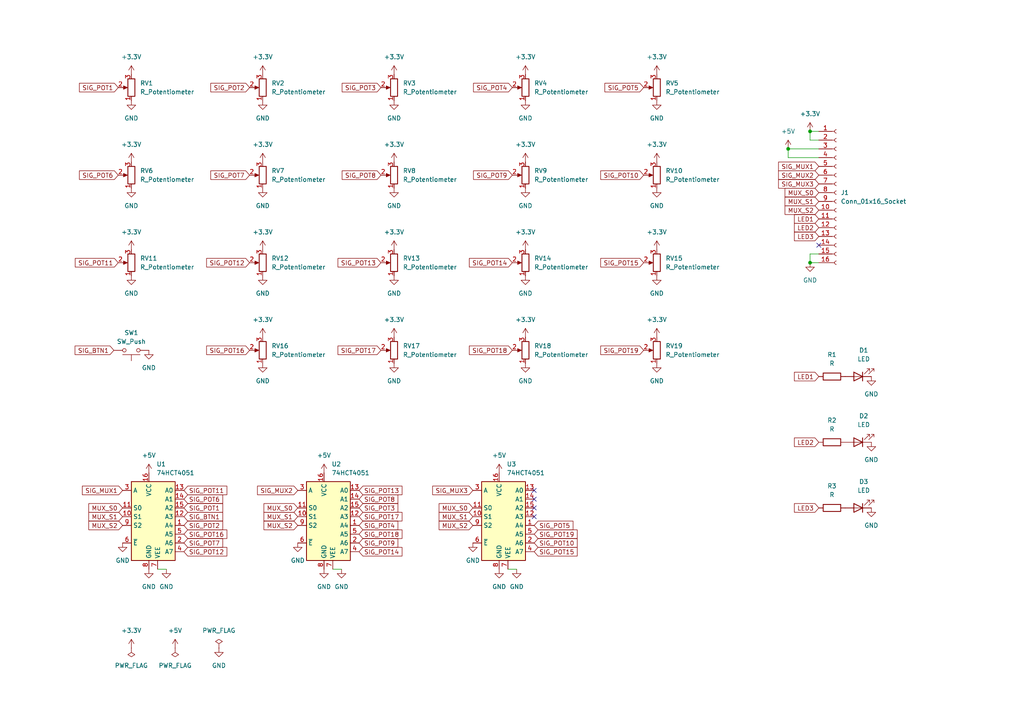
<source format=kicad_sch>
(kicad_sch (version 20230121) (generator eeschema)
  (paper "A4")
  (lib_symbols
    (symbol "74xx:74HCT4051"
      (property "Reference" "U" (at -5.08 11.43 0))
      (property "Value" "74HCT4051" (at -7.62 -13.97 0))
      (symbol "74HCT4051_0_1"
        (rectangle (start -5.08 10.16) (end 7.62 -12.7) (stroke (width 0.254)) (fill (type background)))
      )
      (symbol "74HCT4051_1_1"
        (pin passive line (at 10.16 -2.54 180) (length 2.54) (name "A4") (number "1"))
        (pin input line (at -7.62 0 0) (length 2.54) (name "S1") (number "10"))
        (pin input line (at -7.62 2.54 0) (length 2.54) (name "S0") (number "11"))
        (pin passive line (at 10.16 0 180) (length 2.54) (name "A3") (number "12"))
        (pin passive line (at 10.16 7.62 180) (length 2.54) (name "A0") (number "13"))
        (pin passive line (at 10.16 5.08 180) (length 2.54) (name "A1") (number "14"))
        (pin passive line (at 10.16 2.54 180) (length 2.54) (name "A2") (number "15"))
        (pin power_in line (at 0 12.7 270) (length 2.54) (name "VCC") (number "16"))
        (pin passive line (at 10.16 -7.62 180) (length 2.54) (name "A6") (number "2"))
        (pin passive line (at -7.62 7.62 0) (length 2.54) (name "A") (number "3"))
        (pin passive line (at 10.16 -10.16 180) (length 2.54) (name "A7") (number "4"))
        (pin passive line (at 10.16 -5.08 180) (length 2.54) (name "A5") (number "5"))
        (pin input line (at -7.62 -7.62 0) (length 2.54) (name "~{E}") (number "6"))
        (pin power_in line (at 2.54 -15.24 90) (length 2.54) (name "VEE") (number "7"))
        (pin power_in line (at 0 -15.24 90) (length 2.54) (name "GND") (number "8"))
        (pin input line (at -7.62 -2.54 0) (length 2.54) (name "S2") (number "9"))
      )
    )
    (symbol "Connector:Conn_01x16_Socket" (pin_names (offset 1.016) hide)
      (property "Reference" "J" (at 0 20.32 0))
      (property "Value" "Conn_01x16_Socket" (at 0 -22.86 0))
      (symbol "Conn_01x16_Socket_1_1"
        (arc (start 0 -19.812) (mid -0.5058 -20.32) (end 0 -20.828) (stroke (width 0.1524)))
        (arc (start 0 -17.272) (mid -0.5058 -17.78) (end 0 -18.288) (stroke (width 0.1524)))
        (arc (start 0 -14.732) (mid -0.5058 -15.24) (end 0 -15.748) (stroke (width 0.1524)))
        (arc (start 0 -12.192) (mid -0.5058 -12.7) (end 0 -13.208) (stroke (width 0.1524)))
        (arc (start 0 -9.652) (mid -0.5058 -10.16) (end 0 -10.668) (stroke (width 0.1524)))
        (arc (start 0 -7.112) (mid -0.5058 -7.62) (end 0 -8.128) (stroke (width 0.1524)))
        (arc (start 0 -4.572) (mid -0.5058 -5.08) (end 0 -5.588) (stroke (width 0.1524)))
        (arc (start 0 -2.032) (mid -0.5058 -2.54) (end 0 -3.048) (stroke (width 0.1524)))
        (polyline (pts (xy -1.27 -20.32) (xy -0.508 -20.32)) (stroke (width 0.1524)))
        (polyline (pts (xy -1.27 -17.78) (xy -0.508 -17.78)) (stroke (width 0.1524)))
        (polyline (pts (xy -1.27 -15.24) (xy -0.508 -15.24)) (stroke (width 0.1524)))
        (polyline (pts (xy -1.27 -12.7) (xy -0.508 -12.7)) (stroke (width 0.1524)))
        (polyline (pts (xy -1.27 -10.16) (xy -0.508 -10.16)) (stroke (width 0.1524)))
        (polyline (pts (xy -1.27 -7.62) (xy -0.508 -7.62)) (stroke (width 0.1524)))
        (polyline (pts (xy -1.27 -5.08) (xy -0.508 -5.08)) (stroke (width 0.1524)))
        (polyline (pts (xy -1.27 -2.54) (xy -0.508 -2.54)) (stroke (width 0.1524)))
        (polyline (pts (xy -1.27 0) (xy -0.508 0)) (stroke (width 0.1524)))
        (polyline (pts (xy -1.27 2.54) (xy -0.508 2.54)) (stroke (width 0.1524)))
        (polyline (pts (xy -1.27 5.08) (xy -0.508 5.08)) (stroke (width 0.1524)))
        (polyline (pts (xy -1.27 7.62) (xy -0.508 7.62)) (stroke (width 0.1524)))
        (polyline (pts (xy -1.27 10.16) (xy -0.508 10.16)) (stroke (width 0.1524)))
        (polyline (pts (xy -1.27 12.7) (xy -0.508 12.7)) (stroke (width 0.1524)))
        (polyline (pts (xy -1.27 15.24) (xy -0.508 15.24)) (stroke (width 0.1524)))
        (polyline (pts (xy -1.27 17.78) (xy -0.508 17.78)) (stroke (width 0.1524)))
        (arc (start 0 0.508) (mid -0.5058 0) (end 0 -0.508) (stroke (width 0.1524)))
        (arc (start 0 3.048) (mid -0.5058 2.54) (end 0 2.032) (stroke (width 0.1524)))
        (arc (start 0 5.588) (mid -0.5058 5.08) (end 0 4.572) (stroke (width 0.1524)))
        (arc (start 0 8.128) (mid -0.5058 7.62) (end 0 7.112) (stroke (width 0.1524)))
        (arc (start 0 10.668) (mid -0.5058 10.16) (end 0 9.652) (stroke (width 0.1524)))
        (arc (start 0 13.208) (mid -0.5058 12.7) (end 0 12.192) (stroke (width 0.1524)))
        (arc (start 0 15.748) (mid -0.5058 15.24) (end 0 14.732) (stroke (width 0.1524)))
        (arc (start 0 18.288) (mid -0.5058 17.78) (end 0 17.272) (stroke (width 0.1524)))
        (pin passive line (at -5.08 17.78 0) (length 3.81) (name "Pin_1") (number "1"))
        (pin passive line (at -5.08 -5.08 0) (length 3.81) (name "Pin_10") (number "10"))
        (pin passive line (at -5.08 -7.62 0) (length 3.81) (name "Pin_11") (number "11"))
        (pin passive line (at -5.08 -10.16 0) (length 3.81) (name "Pin_12") (number "12"))
        (pin passive line (at -5.08 -12.7 0) (length 3.81) (name "Pin_13") (number "13"))
        (pin passive line (at -5.08 -15.24 0) (length 3.81) (name "Pin_14") (number "14"))
        (pin passive line (at -5.08 -17.78 0) (length 3.81) (name "Pin_15") (number "15"))
        (pin passive line (at -5.08 -20.32 0) (length 3.81) (name "Pin_16") (number "16"))
        (pin passive line (at -5.08 15.24 0) (length 3.81) (name "Pin_2") (number "2"))
        (pin passive line (at -5.08 12.7 0) (length 3.81) (name "Pin_3") (number "3"))
        (pin passive line (at -5.08 10.16 0) (length 3.81) (name "Pin_4") (number "4"))
        (pin passive line (at -5.08 7.62 0) (length 3.81) (name "Pin_5") (number "5"))
        (pin passive line (at -5.08 5.08 0) (length 3.81) (name "Pin_6") (number "6"))
        (pin passive line (at -5.08 2.54 0) (length 3.81) (name "Pin_7") (number "7"))
        (pin passive line (at -5.08 0 0) (length 3.81) (name "Pin_8") (number "8"))
        (pin passive line (at -5.08 -2.54 0) (length 3.81) (name "Pin_9") (number "9"))
      )
    )
    (symbol "Device:LED" (pin_numbers hide) (pin_names (offset 1.016) hide)
      (property "Reference" "D" (at 0 2.54 0))
      (property "Value" "LED" (at 0 -2.54 0))
      (symbol "LED_0_1"
        (polyline (pts (xy -1.27 -1.27) (xy -1.27 1.27)) (stroke (width 0.254)))
        (polyline (pts (xy -1.27 0) (xy 1.27 0)))
        (polyline (pts (xy 1.27 -1.27) (xy 1.27 1.27) (xy -1.27 0) (xy 1.27 -1.27)) (stroke (width 0.254)))
        (polyline (pts (xy -3.048 -0.762) (xy -4.572 -2.286) (xy -3.81 -2.286) (xy -4.572 -2.286) (xy -4.572 -1.524)))
        (polyline (pts (xy -1.778 -0.762) (xy -3.302 -2.286) (xy -2.54 -2.286) (xy -3.302 -2.286) (xy -3.302 -1.524)))
      )
      (symbol "LED_1_1"
        (pin passive line (at -3.81 0 0) (length 2.54) (name "K") (number "1"))
        (pin passive line (at 3.81 0 180) (length 2.54) (name "A") (number "2"))
      )
    )
    (symbol "Device:R" (pin_numbers hide) (pin_names (offset 0))
      (property "Reference" "R" (at 2.032 0 90))
      (property "Value" "R" (at 0 0 90))
      (symbol "R_0_1"
        (rectangle (start -1.016 -2.54) (end 1.016 2.54) (stroke (width 0.254)))
      )
      (symbol "R_1_1"
        (pin passive line (at 0 3.81 270) (length 1.27) (name "~") (number "1"))
        (pin passive line (at 0 -3.81 90) (length 1.27) (name "~") (number "2"))
      )
    )
    (symbol "Device:R_Potentiometer" (pin_names (offset 1.016) hide)
      (property "Reference" "RV" (at -4.445 0 90))
      (property "Value" "R_Potentiometer" (at -2.54 0 90))
      (symbol "R_Potentiometer_0_1"
        (polyline (pts (xy 2.54 0) (xy 1.524 0)))
        (polyline (pts (xy 1.143 0) (xy 2.286 0.508) (xy 2.286 -0.508) (xy 1.143 0)) (fill (type outline)))
        (rectangle (start 1.016 2.54) (end -1.016 -2.54) (stroke (width 0.254)))
      )
      (symbol "R_Potentiometer_1_1"
        (pin passive line (at 0 3.81 270) (length 1.27) (name "1") (number "1"))
        (pin passive line (at 3.81 0 180) (length 1.27) (name "2") (number "2"))
        (pin passive line (at 0 -3.81 90) (length 1.27) (name "3") (number "3"))
      )
    )
    (symbol "Switch:SW_Push" (pin_numbers hide) (pin_names (offset 1.016) hide)
      (property "Reference" "SW" (at 1.27 2.54 0))
      (property "Value" "SW_Push" (at 0 -1.524 0))
      (symbol "SW_Push_0_1"
        (circle (center -2.032 0) (radius 0.508))
        (polyline (pts (xy 0 1.27) (xy 0 3.048)))
        (polyline (pts (xy 2.54 1.27) (xy -2.54 1.27)))
        (circle (center 2.032 0) (radius 0.508))
        (pin passive line (at -5.08 0 0) (length 2.54) (name "1") (number "1"))
        (pin passive line (at 5.08 0 180) (length 2.54) (name "2") (number "2"))
      )
    )
    (symbol "power:+3.3V" (power) (pin_names (offset 0))
      (property "Value" "+3.3V" (at 0 3.556 0))
      (symbol "+3.3V_0_1"
        (polyline (pts (xy -0.762 1.27) (xy 0 2.54)))
        (polyline (pts (xy 0 0) (xy 0 2.54)))
        (polyline (pts (xy 0 2.54) (xy 0.762 1.27)))
      )
      (symbol "+3.3V_1_1"
        (pin power_in line (at 0 0 90) (length 0) hide (name "+3.3V") (number "1"))
      )
    )
    (symbol "power:+5V" (power) (pin_names (offset 0))
      (property "Value" "+5V" (at 0 3.556 0))
      (symbol "+5V_0_1"
        (polyline (pts (xy -0.762 1.27) (xy 0 2.54)))
        (polyline (pts (xy 0 0) (xy 0 2.54)))
        (polyline (pts (xy 0 2.54) (xy 0.762 1.27)))
      )
      (symbol "+5V_1_1"
        (pin power_in line (at 0 0 90) (length 0) hide (name "+5V") (number "1"))
      )
    )
    (symbol "power:GND" (power) (pin_names (offset 0))
      (property "Value" "GND" (at 0 -3.81 0))
      (symbol "GND_0_1"
        (polyline (pts (xy 0 0) (xy 0 -1.27) (xy 1.27 -1.27) (xy 0 -2.54) (xy -1.27 -1.27) (xy 0 -1.27)))
      )
      (symbol "GND_1_1"
        (pin power_in line (at 0 0 270) (length 0) hide (name "GND") (number "1"))
      )
    )
    (symbol "power:PWR_FLAG" (power) (pin_numbers hide) (pin_names (offset 0) hide)
      (property "Value" "PWR_FLAG" (at 0 3.81 0))
      (symbol "PWR_FLAG_0_0"
        (pin power_out line (at 0 0 90) (length 0) (name "pwr") (number "1"))
      )
      (symbol "PWR_FLAG_0_1"
        (polyline (pts (xy 0 0) (xy 0 1.27) (xy -1.016 1.905) (xy 0 2.54) (xy 1.016 1.905) (xy 0 1.27)))
      )
    )
  )
  (junction (at 234.95 38.1))
  (junction (at 228.6 43.18))
  (junction (at 234.95 76.2))
  (no_connect (at 154.94 142.24))
  (no_connect (at 154.94 149.86))
  (no_connect (at 154.94 144.78))
  (no_connect (at 154.94 147.32))
  (no_connect (at 237.49 71.12))
  (wire (pts (xy 228.6 45.72) (xy 228.6 43.18)))
  (wire (pts (xy 237.49 40.64) (xy 234.95 40.64)))
  (wire (pts (xy 228.6 43.18) (xy 237.49 43.18)))
  (wire (pts (xy 99.06 165.1) (xy 96.52 165.1)))
  (wire (pts (xy 48.26 165.1) (xy 45.72 165.1)))
  (wire (pts (xy 237.49 73.66) (xy 234.95 73.66)))
  (wire (pts (xy 234.95 73.66) (xy 234.95 76.2)))
  (wire (pts (xy 234.95 40.64) (xy 234.95 38.1)))
  (wire (pts (xy 234.95 38.1) (xy 237.49 38.1)))
  (wire (pts (xy 149.86 165.1) (xy 147.32 165.1)))
  (wire (pts (xy 237.49 45.72) (xy 228.6 45.72)))
  (wire (pts (xy 234.95 76.2) (xy 237.49 76.2)))
  (global_label "LED1" (shape input) (at 237.49 63.5 180) (property "Intersheetrefs" "${INTERSHEET_REFS}" (effects hide)))
  (global_label "SIG_POT12" (shape input) (at 72.39 76.2 180) (property "Intersheetrefs" "${INTERSHEET_REFS}" (effects hide)))
  (global_label "SIG_MUX1" (shape input) (at 35.56 142.24 180) (property "Intersheetrefs" "${INTERSHEET_REFS}" (effects hide)))
  (global_label "SIG_POT6" (shape input) (at 53.34 144.78 0) (property "Intersheetrefs" "${INTERSHEET_REFS}" (effects hide)))
  (global_label "SIG_POT10" (shape input) (at 186.69 50.8 180) (property "Intersheetrefs" "${INTERSHEET_REFS}" (effects hide)))
  (global_label "SIG_POT8" (shape input) (at 110.49 50.8 180) (property "Intersheetrefs" "${INTERSHEET_REFS}" (effects hide)))
  (global_label "MUX_S1" (shape input) (at 237.49 58.42 180) (property "Intersheetrefs" "${INTERSHEET_REFS}" (effects hide)))
  (global_label "SIG_POT4" (shape input) (at 148.59 25.4 180) (property "Intersheetrefs" "${INTERSHEET_REFS}" (effects hide)))
  (global_label "SIG_POT11" (shape input) (at 53.34 142.24 0) (property "Intersheetrefs" "${INTERSHEET_REFS}" (effects hide)))
  (global_label "SIG_POT3" (shape input) (at 104.14 147.32 0) (property "Intersheetrefs" "${INTERSHEET_REFS}" (effects hide)))
  (global_label "SIG_POT13" (shape input) (at 104.14 142.24 0) (property "Intersheetrefs" "${INTERSHEET_REFS}" (effects hide)))
  (global_label "SIG_POT16" (shape input) (at 72.39 101.6 180) (property "Intersheetrefs" "${INTERSHEET_REFS}" (effects hide)))
  (global_label "SIG_POT17" (shape input) (at 104.14 149.86 0) (property "Intersheetrefs" "${INTERSHEET_REFS}" (effects hide)))
  (global_label "MUX_S1" (shape input) (at 86.36 149.86 180) (property "Intersheetrefs" "${INTERSHEET_REFS}" (effects hide)))
  (global_label "SIG_POT18" (shape input) (at 104.14 154.94 0) (property "Intersheetrefs" "${INTERSHEET_REFS}" (effects hide)))
  (global_label "MUX_S2" (shape input) (at 237.49 60.96 180) (property "Intersheetrefs" "${INTERSHEET_REFS}" (effects hide)))
  (global_label "SIG_POT19" (shape input) (at 186.69 101.6 180) (property "Intersheetrefs" "${INTERSHEET_REFS}" (effects hide)))
  (global_label "SIG_POT14" (shape input) (at 104.14 160.02 0) (property "Intersheetrefs" "${INTERSHEET_REFS}" (effects hide)))
  (global_label "SIG_POT19" (shape input) (at 154.94 154.94 0) (property "Intersheetrefs" "${INTERSHEET_REFS}" (effects hide)))
  (global_label "MUX_S2" (shape input) (at 86.36 152.4 180) (property "Intersheetrefs" "${INTERSHEET_REFS}" (effects hide)))
  (global_label "MUX_S0" (shape input) (at 237.49 55.88 180) (property "Intersheetrefs" "${INTERSHEET_REFS}" (effects hide)))
  (global_label "SIG_POT16" (shape input) (at 53.34 154.94 0) (property "Intersheetrefs" "${INTERSHEET_REFS}" (effects hide)))
  (global_label "SIG_POT2" (shape input) (at 53.34 152.4 0) (property "Intersheetrefs" "${INTERSHEET_REFS}" (effects hide)))
  (global_label "SIG_POT5" (shape input) (at 154.94 152.4 0) (property "Intersheetrefs" "${INTERSHEET_REFS}" (effects hide)))
  (global_label "SIG_POT18" (shape input) (at 148.59 101.6 180) (property "Intersheetrefs" "${INTERSHEET_REFS}" (effects hide)))
  (global_label "MUX_S0" (shape input) (at 35.56 147.32 180) (property "Intersheetrefs" "${INTERSHEET_REFS}" (effects hide)))
  (global_label "SIG_POT6" (shape input) (at 34.29 50.8 180) (property "Intersheetrefs" "${INTERSHEET_REFS}" (effects hide)))
  (global_label "SIG_POT13" (shape input) (at 110.49 76.2 180) (property "Intersheetrefs" "${INTERSHEET_REFS}" (effects hide)))
  (global_label "LED3" (shape input) (at 237.49 68.58 180) (property "Intersheetrefs" "${INTERSHEET_REFS}" (effects hide)))
  (global_label "LED3" (shape input) (at 237.49 147.32 180) (property "Intersheetrefs" "${INTERSHEET_REFS}" (effects hide)))
  (global_label "LED1" (shape input) (at 237.49 109.22 180) (property "Intersheetrefs" "${INTERSHEET_REFS}" (effects hide)))
  (global_label "SIG_POT14" (shape input) (at 148.59 76.2 180) (property "Intersheetrefs" "${INTERSHEET_REFS}" (effects hide)))
  (global_label "MUX_S2" (shape input) (at 35.56 152.4 180) (property "Intersheetrefs" "${INTERSHEET_REFS}" (effects hide)))
  (global_label "SIG_POT9" (shape input) (at 104.14 157.48 0) (property "Intersheetrefs" "${INTERSHEET_REFS}" (effects hide)))
  (global_label "SIG_POT1" (shape input) (at 53.34 147.32 0) (property "Intersheetrefs" "${INTERSHEET_REFS}" (effects hide)))
  (global_label "SIG_POT17" (shape input) (at 110.49 101.6 180) (property "Intersheetrefs" "${INTERSHEET_REFS}" (effects hide)))
  (global_label "SIG_POT5" (shape input) (at 186.69 25.4 180) (property "Intersheetrefs" "${INTERSHEET_REFS}" (effects hide)))
  (global_label "SIG_POT10" (shape input) (at 154.94 157.48 0) (property "Intersheetrefs" "${INTERSHEET_REFS}" (effects hide)))
  (global_label "SIG_POT4" (shape input) (at 104.14 152.4 0) (property "Intersheetrefs" "${INTERSHEET_REFS}" (effects hide)))
  (global_label "SIG_POT1" (shape input) (at 34.29 25.4 180) (property "Intersheetrefs" "${INTERSHEET_REFS}" (effects hide)))
  (global_label "SIG_POT12" (shape input) (at 53.34 160.02 0) (property "Intersheetrefs" "${INTERSHEET_REFS}" (effects hide)))
  (global_label "SIG_POT15" (shape input) (at 186.69 76.2 180) (property "Intersheetrefs" "${INTERSHEET_REFS}" (effects hide)))
  (global_label "LED2" (shape input) (at 237.49 128.27 180) (property "Intersheetrefs" "${INTERSHEET_REFS}" (effects hide)))
  (global_label "MUX_S1" (shape input) (at 35.56 149.86 180) (property "Intersheetrefs" "${INTERSHEET_REFS}" (effects hide)))
  (global_label "MUX_S2" (shape input) (at 137.16 152.4 180) (property "Intersheetrefs" "${INTERSHEET_REFS}" (effects hide)))
  (global_label "SIG_MUX2" (shape input) (at 86.36 142.24 180) (property "Intersheetrefs" "${INTERSHEET_REFS}" (effects hide)))
  (global_label "LED2" (shape input) (at 237.49 66.04 180) (property "Intersheetrefs" "${INTERSHEET_REFS}" (effects hide)))
  (global_label "MUX_S1" (shape input) (at 137.16 149.86 180) (property "Intersheetrefs" "${INTERSHEET_REFS}" (effects hide)))
  (global_label "SIG_POT3" (shape input) (at 110.49 25.4 180) (property "Intersheetrefs" "${INTERSHEET_REFS}" (effects hide)))
  (global_label "SIG_BTN1" (shape input) (at 53.34 149.86 0) (property "Intersheetrefs" "${INTERSHEET_REFS}" (effects hide)))
  (global_label "SIG_POT9" (shape input) (at 148.59 50.8 180) (property "Intersheetrefs" "${INTERSHEET_REFS}" (effects hide)))
  (global_label "SIG_POT11" (shape input) (at 34.29 76.2 180) (property "Intersheetrefs" "${INTERSHEET_REFS}" (effects hide)))
  (global_label "SIG_BTN1" (shape input) (at 33.02 101.6 180) (property "Intersheetrefs" "${INTERSHEET_REFS}" (effects hide)))
  (global_label "SIG_MUX1" (shape input) (at 237.49 48.26 180) (property "Intersheetrefs" "${INTERSHEET_REFS}" (effects hide)))
  (global_label "SIG_POT8" (shape input) (at 104.14 144.78 0) (property "Intersheetrefs" "${INTERSHEET_REFS}" (effects hide)))
  (global_label "SIG_MUX3" (shape input) (at 137.16 142.24 180) (property "Intersheetrefs" "${INTERSHEET_REFS}" (effects hide)))
  (global_label "MUX_S0" (shape input) (at 86.36 147.32 180) (property "Intersheetrefs" "${INTERSHEET_REFS}" (effects hide)))
  (global_label "SIG_MUX3" (shape input) (at 237.49 53.34 180) (property "Intersheetrefs" "${INTERSHEET_REFS}" (effects hide)))
  (global_label "SIG_POT15" (shape input) (at 154.94 160.02 0) (property "Intersheetrefs" "${INTERSHEET_REFS}" (effects hide)))
  (global_label "SIG_POT2" (shape input) (at 72.39 25.4 180) (property "Intersheetrefs" "${INTERSHEET_REFS}" (effects hide)))
  (global_label "SIG_POT7" (shape input) (at 53.34 157.48 0) (property "Intersheetrefs" "${INTERSHEET_REFS}" (effects hide)))
  (global_label "SIG_MUX2" (shape input) (at 237.49 50.8 180) (property "Intersheetrefs" "${INTERSHEET_REFS}" (effects hide)))
  (global_label "MUX_S0" (shape input) (at 137.16 147.32 180) (property "Intersheetrefs" "${INTERSHEET_REFS}" (effects hide)))
  (global_label "SIG_POT7" (shape input) (at 72.39 50.8 180) (property "Intersheetrefs" "${INTERSHEET_REFS}" (effects hide)))
  (symbol (lib_id "power:GND") (at 86.36 157.48 0) (unit 1)
    (property "Reference" "#PWR043" (effects hide))
    (property "Value" "GND" (at 86.36 162.56 0))
  )
  (symbol (lib_id "power:+5V") (at 144.78 137.16 0) (unit 1)
    (property "Reference" "#PWR048" (effects hide))
    (property "Value" "+5V" (at 144.78 132.08 0))
  )
  (symbol (lib_id "power:+3.3V") (at 76.2 46.99 0) (unit 1)
    (property "Reference" "#PWR013" (effects hide))
    (property "Value" "+3.3V" (at 76.2 41.91 0))
  )
  (symbol (lib_id "power:+3.3V") (at 190.5 46.99 0) (unit 1)
    (property "Reference" "#PWR019" (effects hide))
    (property "Value" "+3.3V" (at 190.5 41.91 0))
  )
  (symbol (lib_id "Switch:SW_Push") (at 38.1 101.6 180) (unit 1)
    (property "Reference" "SW1" (at 38.1 96.52 0))
    (property "Value" "SW_Push" (at 38.1 99.06 0))
    (property "Footprint" "Button_Switch_THT:SW_PUSH-12mm" (effects hide))
  )
  (symbol (lib_id "Device:R_Potentiometer") (at 152.4 50.8 180) (unit 1)
    (property "Reference" "RV9" (at 154.94 49.53 0) (effects (justify right)))
    (property "Value" "R_Potentiometer" (at 154.94 52.07 0) (effects (justify right)))
    (property "Footprint" "Potentiometer_THT:Potentiometer_Alps_RK09L_Single_Vertical" (effects hide))
  )
  (symbol (lib_id "Device:R") (at 241.3 147.32 90) (unit 1)
    (property "Reference" "R3" (at 241.3 140.97 90))
    (property "Value" "R" (at 241.3 143.51 90))
    (property "Footprint" "Resistor_THT:R_Axial_DIN0207_L6.3mm_D2.5mm_P10.16mm_Horizontal" (effects hide))
  )
  (symbol (lib_id "power:+3.3V") (at 234.95 38.1 0) (unit 1)
    (property "Reference" "#PWR054" (effects hide))
    (property "Value" "+3.3V" (at 234.95 33.02 0))
  )
  (symbol (lib_id "Device:R_Potentiometer") (at 190.5 76.2 180) (unit 1)
    (property "Reference" "RV15" (at 193.04 74.93 0) (effects (justify right)))
    (property "Value" "R_Potentiometer" (at 193.04 77.47 0) (effects (justify right)))
    (property "Footprint" "Potentiometer_THT:Potentiometer_Alps_RK09L_Single_Vertical" (effects hide))
  )
  (symbol (lib_id "power:GND") (at 76.2 54.61 0) (unit 1)
    (property "Reference" "#PWR014" (effects hide))
    (property "Value" "GND" (at 76.2 59.69 0))
  )
  (symbol (lib_id "power:+3.3V") (at 76.2 21.59 0) (unit 1)
    (property "Reference" "#PWR03" (effects hide))
    (property "Value" "+3.3V" (at 76.2 16.51 0))
  )
  (symbol (lib_id "Device:R_Potentiometer") (at 38.1 76.2 180) (unit 1)
    (property "Reference" "RV11" (at 40.64 74.93 0) (effects (justify right)))
    (property "Value" "R_Potentiometer" (at 40.64 77.47 0) (effects (justify right)))
    (property "Footprint" "Potentiometer_THT:Potentiometer_Alps_RK09L_Single_Vertical" (effects hide))
  )
  (symbol (lib_id "power:+3.3V") (at 76.2 72.39 0) (unit 1)
    (property "Reference" "#PWR023" (effects hide))
    (property "Value" "+3.3V" (at 76.2 67.31 0))
  )
  (symbol (lib_id "power:GND") (at 114.3 29.21 0) (unit 1)
    (property "Reference" "#PWR06" (effects hide))
    (property "Value" "GND" (at 114.3 34.29 0))
  )
  (symbol (lib_id "power:+3.3V") (at 114.3 21.59 0) (unit 1)
    (property "Reference" "#PWR05" (effects hide))
    (property "Value" "+3.3V" (at 114.3 16.51 0))
  )
  (symbol (lib_id "74xx:74HCT4051") (at 43.18 149.86 0) (unit 1)
    (property "Reference" "U1" (at 45.3741 134.62 0) (effects (justify left)))
    (property "Value" "74HCT4051" (at 45.3741 137.16 0) (effects (justify left)))
    (property "Footprint" "Package_DIP:DIP-16_W7.62mm" (effects hide))
    (property "Datasheet" "http://www.ti.com/lit/ds/symlink/cd74hct4051.pdf" (effects hide))
  )
  (symbol (lib_id "power:GND") (at 76.2 80.01 0) (unit 1)
    (property "Reference" "#PWR024" (effects hide))
    (property "Value" "GND" (at 76.2 85.09 0))
  )
  (symbol (lib_id "Device:R") (at 241.3 128.27 90) (unit 1)
    (property "Reference" "R2" (at 241.3 121.92 90))
    (property "Value" "R" (at 241.3 124.46 90))
    (property "Footprint" "Resistor_THT:R_Axial_DIN0207_L6.3mm_D2.5mm_P10.16mm_Horizontal" (effects hide))
  )
  (symbol (lib_id "power:GND") (at 76.2 29.21 0) (unit 1)
    (property "Reference" "#PWR04" (effects hide))
    (property "Value" "GND" (at 76.2 34.29 0))
  )
  (symbol (lib_id "power:+3.3V") (at 38.1 72.39 0) (unit 1)
    (property "Reference" "#PWR021" (effects hide))
    (property "Value" "+3.3V" (at 38.1 67.31 0))
  )
  (symbol (lib_id "Device:R_Potentiometer") (at 38.1 50.8 180) (unit 1)
    (property "Reference" "RV6" (at 40.64 49.53 0) (effects (justify right)))
    (property "Value" "R_Potentiometer" (at 40.64 52.07 0) (effects (justify right)))
    (property "Footprint" "Potentiometer_THT:Potentiometer_Alps_RK09L_Single_Vertical" (effects hide))
  )
  (symbol (lib_id "Device:LED") (at 248.92 109.22 180) (unit 1)
    (property "Reference" "D1" (at 250.5075 101.6 0))
    (property "Value" "LED" (at 250.5075 104.14 0))
    (property "Footprint" "LED_THT:LED_D3.0mm" (effects hide))
  )
  (symbol (lib_id "power:+3.3V") (at 114.3 72.39 0) (unit 1)
    (property "Reference" "#PWR025" (effects hide))
    (property "Value" "+3.3V" (at 114.3 67.31 0))
  )
  (symbol (lib_id "power:GND") (at 152.4 54.61 0) (unit 1)
    (property "Reference" "#PWR018" (effects hide))
    (property "Value" "GND" (at 152.4 59.69 0))
  )
  (symbol (lib_id "Device:LED") (at 248.92 128.27 180) (unit 1)
    (property "Reference" "D2" (at 250.5075 120.65 0))
    (property "Value" "LED" (at 250.5075 123.19 0))
    (property "Footprint" "LED_THT:LED_D3.0mm" (effects hide))
  )
  (symbol (lib_id "power:GND") (at 114.3 105.41 0) (unit 1)
    (property "Reference" "#PWR034" (effects hide))
    (property "Value" "GND" (at 114.3 110.49 0))
  )
  (symbol (lib_id "power:+3.3V") (at 38.1 21.59 0) (unit 1)
    (property "Reference" "#PWR01" (effects hide))
    (property "Value" "+3.3V" (at 38.1 16.51 0))
  )
  (symbol (lib_id "power:GND") (at 234.95 76.2 0) (unit 1)
    (property "Reference" "#PWR055" (effects hide))
    (property "Value" "GND" (at 234.95 81.28 0))
  )
  (symbol (lib_id "power:PWR_FLAG") (at 38.1 187.96 180) (unit 1)
    (property "Reference" "#FLG01" (effects hide))
    (property "Value" "PWR_FLAG" (at 38.1 193.04 0))
  )
  (symbol (lib_id "power:PWR_FLAG") (at 50.8 187.96 180) (unit 1)
    (property "Reference" "#FLG02" (effects hide))
    (property "Value" "PWR_FLAG" (at 50.8 193.04 0))
  )
  (symbol (lib_id "Device:R_Potentiometer") (at 152.4 101.6 180) (unit 1)
    (property "Reference" "RV18" (at 154.94 100.33 0) (effects (justify right)))
    (property "Value" "R_Potentiometer" (at 154.94 102.87 0) (effects (justify right)))
    (property "Footprint" "Potentiometer_THT:Potentiometer_Alps_RK09L_Single_Vertical" (effects hide))
  )
  (symbol (lib_id "power:GND") (at 152.4 29.21 0) (unit 1)
    (property "Reference" "#PWR08" (effects hide))
    (property "Value" "GND" (at 152.4 34.29 0))
  )
  (symbol (lib_id "power:+5V") (at 228.6 43.18 0) (unit 1)
    (property "Reference" "#PWR056" (effects hide))
    (property "Value" "+5V" (at 228.6 38.1 0))
  )
  (symbol (lib_id "power:GND") (at 149.86 165.1 0) (unit 1)
    (property "Reference" "#PWR050" (effects hide))
    (property "Value" "GND" (at 149.86 170.18 0))
  )
  (symbol (lib_id "power:GND") (at 35.56 157.48 0) (unit 1)
    (property "Reference" "#PWR041" (effects hide))
    (property "Value" "GND" (at 35.56 162.56 0))
  )
  (symbol (lib_id "power:GND") (at 190.5 54.61 0) (unit 1)
    (property "Reference" "#PWR020" (effects hide))
    (property "Value" "GND" (at 190.5 59.69 0))
  )
  (symbol (lib_id "Device:R_Potentiometer") (at 190.5 101.6 180) (unit 1)
    (property "Reference" "RV19" (at 193.04 100.33 0) (effects (justify right)))
    (property "Value" "R_Potentiometer" (at 193.04 102.87 0) (effects (justify right)))
    (property "Footprint" "Potentiometer_THT:Potentiometer_Alps_RK09L_Single_Vertical" (effects hide))
  )
  (symbol (lib_id "power:GND") (at 252.73 147.32 0) (unit 1)
    (property "Reference" "#PWR053" (effects hide))
    (property "Value" "GND" (at 252.73 152.4 0))
  )
  (symbol (lib_id "Device:R_Potentiometer") (at 190.5 50.8 180) (unit 1)
    (property "Reference" "RV10" (at 193.04 49.53 0) (effects (justify right)))
    (property "Value" "R_Potentiometer" (at 193.04 52.07 0) (effects (justify right)))
    (property "Footprint" "Potentiometer_THT:Potentiometer_Alps_RK09L_Single_Vertical" (effects hide))
  )
  (symbol (lib_id "power:+3.3V") (at 190.5 97.79 0) (unit 1)
    (property "Reference" "#PWR037" (effects hide))
    (property "Value" "+3.3V" (at 190.5 92.71 0))
  )
  (symbol (lib_id "power:+5V") (at 93.98 137.16 0) (unit 1)
    (property "Reference" "#PWR044" (effects hide))
    (property "Value" "+5V" (at 93.98 132.08 0))
  )
  (symbol (lib_id "power:GND") (at 63.5 187.96 0) (unit 1)
    (property "Reference" "#PWR059" (effects hide))
    (property "Value" "GND" (at 63.5 193.04 0))
  )
  (symbol (lib_id "Device:R") (at 241.3 109.22 90) (unit 1)
    (property "Reference" "R1" (at 241.3 102.87 90))
    (property "Value" "R" (at 241.3 105.41 90))
    (property "Footprint" "Resistor_THT:R_Axial_DIN0207_L6.3mm_D2.5mm_P10.16mm_Horizontal" (effects hide))
  )
  (symbol (lib_id "power:GND") (at 38.1 29.21 0) (unit 1)
    (property "Reference" "#PWR02" (effects hide))
    (property "Value" "GND" (at 38.1 34.29 0))
  )
  (symbol (lib_id "power:GND") (at 152.4 80.01 0) (unit 1)
    (property "Reference" "#PWR028" (effects hide))
    (property "Value" "GND" (at 152.4 85.09 0))
  )
  (symbol (lib_id "Device:R_Potentiometer") (at 114.3 50.8 180) (unit 1)
    (property "Reference" "RV8" (at 116.84 49.53 0) (effects (justify right)))
    (property "Value" "R_Potentiometer" (at 116.84 52.07 0) (effects (justify right)))
    (property "Footprint" "Potentiometer_THT:Potentiometer_Alps_RK09L_Single_Vertical" (effects hide))
  )
  (symbol (lib_id "power:+5V") (at 50.8 187.96 0) (unit 1)
    (property "Reference" "#PWR058" (effects hide))
    (property "Value" "+5V" (at 50.8 182.88 0))
  )
  (symbol (lib_id "Device:R_Potentiometer") (at 38.1 25.4 180) (unit 1)
    (property "Reference" "RV1" (at 40.64 24.13 0) (effects (justify right)))
    (property "Value" "R_Potentiometer" (at 40.64 26.67 0) (effects (justify right)))
    (property "Footprint" "Potentiometer_THT:Potentiometer_Alps_RK09L_Single_Vertical" (effects hide))
  )
  (symbol (lib_id "Device:R_Potentiometer") (at 76.2 101.6 180) (unit 1)
    (property "Reference" "RV16" (at 78.74 100.33 0) (effects (justify right)))
    (property "Value" "R_Potentiometer" (at 78.74 102.87 0) (effects (justify right)))
    (property "Footprint" "Potentiometer_THT:Potentiometer_Alps_RK09L_Single_Vertical" (effects hide))
  )
  (symbol (lib_id "power:GND") (at 48.26 165.1 0) (unit 1)
    (property "Reference" "#PWR039" (effects hide))
    (property "Value" "GND" (at 48.26 170.18 0))
  )
  (symbol (lib_id "power:GND") (at 43.18 165.1 0) (unit 1)
    (property "Reference" "#PWR040" (effects hide))
    (property "Value" "GND" (at 43.18 170.18 0))
  )
  (symbol (lib_id "power:+3.3V") (at 152.4 72.39 0) (unit 1)
    (property "Reference" "#PWR027" (effects hide))
    (property "Value" "+3.3V" (at 152.4 67.31 0))
  )
  (symbol (lib_id "Device:R_Potentiometer") (at 76.2 50.8 180) (unit 1)
    (property "Reference" "RV7" (at 78.74 49.53 0) (effects (justify right)))
    (property "Value" "R_Potentiometer" (at 78.74 52.07 0) (effects (justify right)))
    (property "Footprint" "Potentiometer_THT:Potentiometer_Alps_RK09L_Single_Vertical" (effects hide))
  )
  (symbol (lib_id "power:+3.3V") (at 114.3 97.79 0) (unit 1)
    (property "Reference" "#PWR033" (effects hide))
    (property "Value" "+3.3V" (at 114.3 92.71 0))
  )
  (symbol (lib_id "power:+3.3V") (at 114.3 46.99 0) (unit 1)
    (property "Reference" "#PWR015" (effects hide))
    (property "Value" "+3.3V" (at 114.3 41.91 0))
  )
  (symbol (lib_id "74xx:74HCT4051") (at 93.98 149.86 0) (unit 1)
    (property "Reference" "U2" (at 96.1741 134.62 0) (effects (justify left)))
    (property "Value" "74HCT4051" (at 96.1741 137.16 0) (effects (justify left)))
    (property "Footprint" "Package_DIP:DIP-16_W7.62mm" (effects hide))
    (property "Datasheet" "http://www.ti.com/lit/ds/symlink/cd74hct4051.pdf" (effects hide))
  )
  (symbol (lib_id "power:+3.3V") (at 38.1 46.99 0) (unit 1)
    (property "Reference" "#PWR011" (effects hide))
    (property "Value" "+3.3V" (at 38.1 41.91 0))
  )
  (symbol (lib_id "power:GND") (at 93.98 165.1 0) (unit 1)
    (property "Reference" "#PWR045" (effects hide))
    (property "Value" "GND" (at 93.98 170.18 0))
  )
  (symbol (lib_id "power:GND") (at 252.73 128.27 0) (unit 1)
    (property "Reference" "#PWR052" (effects hide))
    (property "Value" "GND" (at 252.73 133.35 0))
  )
  (symbol (lib_id "Device:R_Potentiometer") (at 76.2 25.4 180) (unit 1)
    (property "Reference" "RV2" (at 78.74 24.13 0) (effects (justify right)))
    (property "Value" "R_Potentiometer" (at 78.74 26.67 0) (effects (justify right)))
    (property "Footprint" "Potentiometer_THT:Potentiometer_Alps_RK09L_Single_Vertical" (effects hide))
  )
  (symbol (lib_id "Device:R_Potentiometer") (at 152.4 76.2 180) (unit 1)
    (property "Reference" "RV14" (at 154.94 74.93 0) (effects (justify right)))
    (property "Value" "R_Potentiometer" (at 154.94 77.47 0) (effects (justify right)))
    (property "Footprint" "Potentiometer_THT:Potentiometer_Alps_RK09L_Single_Vertical" (effects hide))
  )
  (symbol (lib_id "Connector:Conn_01x16_Socket") (at 242.57 55.88 0) (unit 1)
    (property "Reference" "J1" (at 243.84 55.88 0) (effects (justify left)))
    (property "Value" "Conn_01x16_Socket" (at 243.84 58.42 0) (effects (justify left)))
    (property "Footprint" "Connector_IDC:IDC-Header_2x08_P2.54mm_Vertical" (effects hide))
  )
  (symbol (lib_id "power:GND") (at 152.4 105.41 0) (unit 1)
    (property "Reference" "#PWR036" (effects hide))
    (property "Value" "GND" (at 152.4 110.49 0))
  )
  (symbol (lib_id "power:GND") (at 76.2 105.41 0) (unit 1)
    (property "Reference" "#PWR032" (effects hide))
    (property "Value" "GND" (at 76.2 110.49 0))
  )
  (symbol (lib_id "power:+3.3V") (at 38.1 187.96 0) (unit 1)
    (property "Reference" "#PWR057" (effects hide))
    (property "Value" "+3.3V" (at 38.1 182.88 0))
  )
  (symbol (lib_id "power:GND") (at 99.06 165.1 0) (unit 1)
    (property "Reference" "#PWR046" (effects hide))
    (property "Value" "GND" (at 99.06 170.18 0))
  )
  (symbol (lib_id "power:GND") (at 38.1 54.61 0) (unit 1)
    (property "Reference" "#PWR012" (effects hide))
    (property "Value" "GND" (at 38.1 59.69 0))
  )
  (symbol (lib_id "Device:R_Potentiometer") (at 114.3 25.4 180) (unit 1)
    (property "Reference" "RV3" (at 116.84 24.13 0) (effects (justify right)))
    (property "Value" "R_Potentiometer" (at 116.84 26.67 0) (effects (justify right)))
    (property "Footprint" "Potentiometer_THT:Potentiometer_Alps_RK09L_Single_Vertical" (effects hide))
  )
  (symbol (lib_id "Device:R_Potentiometer") (at 152.4 25.4 180) (unit 1)
    (property "Reference" "RV4" (at 154.94 24.13 0) (effects (justify right)))
    (property "Value" "R_Potentiometer" (at 154.94 26.67 0) (effects (justify right)))
    (property "Footprint" "Potentiometer_THT:Potentiometer_Alps_RK09L_Single_Vertical" (effects hide))
  )
  (symbol (lib_id "power:GND") (at 190.5 105.41 0) (unit 1)
    (property "Reference" "#PWR038" (effects hide))
    (property "Value" "GND" (at 190.5 110.49 0))
  )
  (symbol (lib_id "power:GND") (at 38.1 80.01 0) (unit 1)
    (property "Reference" "#PWR022" (effects hide))
    (property "Value" "GND" (at 38.1 85.09 0))
  )
  (symbol (lib_id "Device:R_Potentiometer") (at 114.3 76.2 180) (unit 1)
    (property "Reference" "RV13" (at 116.84 74.93 0) (effects (justify right)))
    (property "Value" "R_Potentiometer" (at 116.84 77.47 0) (effects (justify right)))
    (property "Footprint" "Potentiometer_THT:Potentiometer_Alps_RK09L_Single_Vertical" (effects hide))
  )
  (symbol (lib_id "power:GND") (at 190.5 29.21 0) (unit 1)
    (property "Reference" "#PWR010" (effects hide))
    (property "Value" "GND" (at 190.5 34.29 0))
  )
  (symbol (lib_id "power:GND") (at 137.16 157.48 0) (unit 1)
    (property "Reference" "#PWR047" (effects hide))
    (property "Value" "GND" (at 137.16 162.56 0))
  )
  (symbol (lib_id "power:PWR_FLAG") (at 63.5 187.96 0) (unit 1)
    (property "Reference" "#FLG03" (effects hide))
    (property "Value" "PWR_FLAG" (at 63.5 182.88 0))
  )
  (symbol (lib_id "power:+3.3V") (at 190.5 21.59 0) (unit 1)
    (property "Reference" "#PWR09" (effects hide))
    (property "Value" "+3.3V" (at 190.5 16.51 0))
  )
  (symbol (lib_id "power:+3.3V") (at 190.5 72.39 0) (unit 1)
    (property "Reference" "#PWR029" (effects hide))
    (property "Value" "+3.3V" (at 190.5 67.31 0))
  )
  (symbol (lib_id "power:GND") (at 114.3 54.61 0) (unit 1)
    (property "Reference" "#PWR016" (effects hide))
    (property "Value" "GND" (at 114.3 59.69 0))
  )
  (symbol (lib_id "Device:R_Potentiometer") (at 190.5 25.4 180) (unit 1)
    (property "Reference" "RV5" (at 193.04 24.13 0) (effects (justify right)))
    (property "Value" "R_Potentiometer" (at 193.04 26.67 0) (effects (justify right)))
    (property "Footprint" "Potentiometer_THT:Potentiometer_Alps_RK09L_Single_Vertical" (effects hide))
  )
  (symbol (lib_id "power:+3.3V") (at 152.4 21.59 0) (unit 1)
    (property "Reference" "#PWR07" (effects hide))
    (property "Value" "+3.3V" (at 152.4 16.51 0))
  )
  (symbol (lib_id "74xx:74HCT4051") (at 144.78 149.86 0) (unit 1)
    (property "Reference" "U3" (at 146.9741 134.62 0) (effects (justify left)))
    (property "Value" "74HCT4051" (at 146.9741 137.16 0) (effects (justify left)))
    (property "Footprint" "Package_DIP:DIP-16_W7.62mm" (effects hide))
    (property "Datasheet" "http://www.ti.com/lit/ds/symlink/cd74hct4051.pdf" (effects hide))
  )
  (symbol (lib_id "power:GND") (at 144.78 165.1 0) (unit 1)
    (property "Reference" "#PWR049" (effects hide))
    (property "Value" "GND" (at 144.78 170.18 0))
  )
  (symbol (lib_id "power:GND") (at 190.5 80.01 0) (unit 1)
    (property "Reference" "#PWR030" (effects hide))
    (property "Value" "GND" (at 190.5 85.09 0))
  )
  (symbol (lib_id "power:GND") (at 43.18 101.6 0) (unit 1)
    (property "Reference" "#PWR060" (effects hide))
    (property "Value" "GND" (at 43.18 106.68 0))
  )
  (symbol (lib_id "Device:R_Potentiometer") (at 114.3 101.6 180) (unit 1)
    (property "Reference" "RV17" (at 116.84 100.33 0) (effects (justify right)))
    (property "Value" "R_Potentiometer" (at 116.84 102.87 0) (effects (justify right)))
    (property "Footprint" "Potentiometer_THT:Potentiometer_Alps_RK09L_Single_Vertical" (effects hide))
  )
  (symbol (lib_id "Device:R_Potentiometer") (at 76.2 76.2 180) (unit 1)
    (property "Reference" "RV12" (at 78.74 74.93 0) (effects (justify right)))
    (property "Value" "R_Potentiometer" (at 78.74 77.47 0) (effects (justify right)))
    (property "Footprint" "Potentiometer_THT:Potentiometer_Alps_RK09L_Single_Vertical" (effects hide))
  )
  (symbol (lib_id "power:GND") (at 114.3 80.01 0) (unit 1)
    (property "Reference" "#PWR026" (effects hide))
    (property "Value" "GND" (at 114.3 85.09 0))
  )
  (symbol (lib_id "power:+3.3V") (at 76.2 97.79 0) (unit 1)
    (property "Reference" "#PWR031" (effects hide))
    (property "Value" "+3.3V" (at 76.2 92.71 0))
  )
  (symbol (lib_id "Device:LED") (at 248.92 147.32 180) (unit 1)
    (property "Reference" "D3" (at 250.5075 139.7 0))
    (property "Value" "LED" (at 250.5075 142.24 0))
    (property "Footprint" "LED_THT:LED_D3.0mm" (effects hide))
  )
  (symbol (lib_id "power:+3.3V") (at 152.4 46.99 0) (unit 1)
    (property "Reference" "#PWR017" (effects hide))
    (property "Value" "+3.3V" (at 152.4 41.91 0))
  )
  (symbol (lib_id "power:+5V") (at 43.18 137.16 0) (unit 1)
    (property "Reference" "#PWR042" (effects hide))
    (property "Value" "+5V" (at 43.18 132.08 0))
  )
  (symbol (lib_id "power:+3.3V") (at 152.4 97.79 0) (unit 1)
    (property "Reference" "#PWR035" (effects hide))
    (property "Value" "+3.3V" (at 152.4 92.71 0))
  )
  (symbol (lib_id "power:GND") (at 252.73 109.22 0) (unit 1)
    (property "Reference" "#PWR051" (effects hide))
    (property "Value" "GND" (at 252.73 114.3 0))
  )
)
</source>
